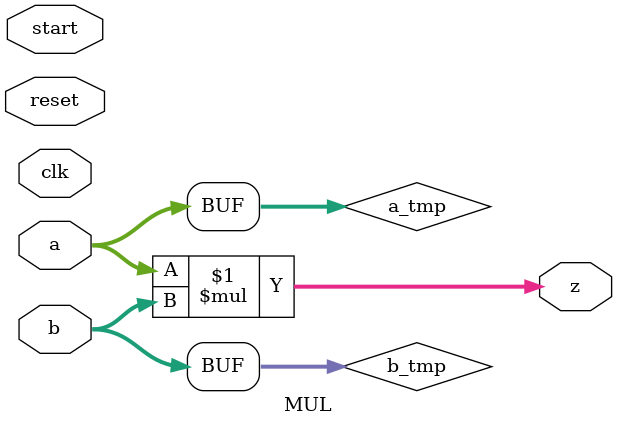
<source format=v>
`timescale 1ns / 1ps


module MUL(
	input clk,                  // 时钟输入
	input reset,                // 复位输入
	input start,                // 启动输入
	input [31:0] a,             // 输入a
	input [31:0] b,             // 输入b
	output [63:0] z             // 输出z
);
	wire signed [31:0] a_tmp;   // 带符号的临时变量a_tmp
	wire signed [31:0] b_tmp;   // 带符号的临时变量b_tmp
	assign a_tmp = $signed(a);  // 将输入a转换为带符号的临时变量a_tmp
	assign b_tmp = $signed(b);  // 将输入b转换为带符号的临时变量b_tmp
	assign z = a_tmp * b_tmp;   // 将a_tmp和b_tmp相乘，并将结果赋给输出z

endmodule


</source>
